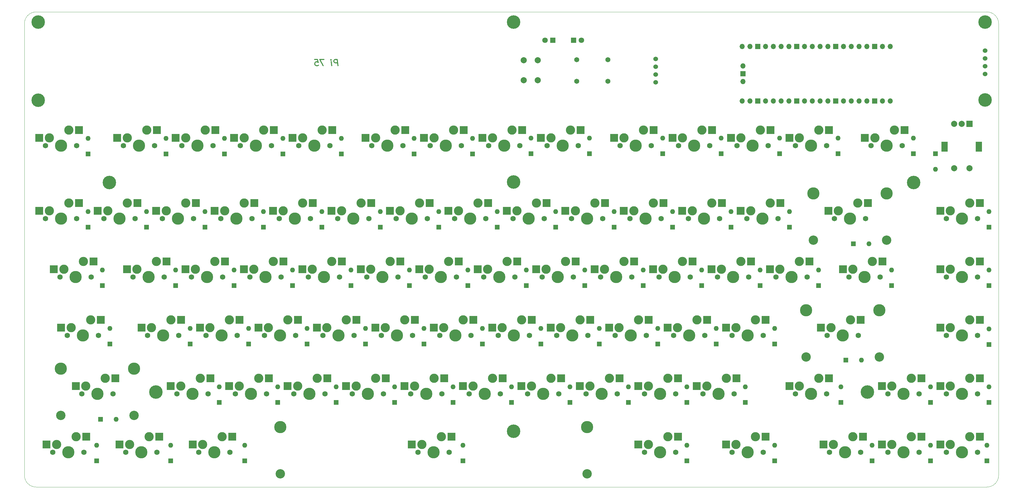
<source format=gbr>
%TF.GenerationSoftware,KiCad,Pcbnew,(5.1.10)-1*%
%TF.CreationDate,2021-06-02T05:42:33-04:00*%
%TF.ProjectId,pi75,70693735-2e6b-4696-9361-645f70636258,rev?*%
%TF.SameCoordinates,Original*%
%TF.FileFunction,Soldermask,Bot*%
%TF.FilePolarity,Negative*%
%FSLAX46Y46*%
G04 Gerber Fmt 4.6, Leading zero omitted, Abs format (unit mm)*
G04 Created by KiCad (PCBNEW (5.1.10)-1) date 2021-06-02 05:42:33*
%MOMM*%
%LPD*%
G01*
G04 APERTURE LIST*
%TA.AperFunction,Profile*%
%ADD10C,0.050000*%
%TD*%
%ADD11C,0.300000*%
%ADD12C,1.524000*%
%ADD13C,4.400000*%
%ADD14C,1.651000*%
%ADD15C,3.987800*%
%ADD16C,3.048000*%
%ADD17R,2.550000X2.500000*%
%ADD18C,1.750000*%
%ADD19C,3.000000*%
%ADD20O,1.700000X1.700000*%
%ADD21R,1.700000X1.700000*%
%ADD22O,1.600000X1.600000*%
%ADD23R,1.600000X1.600000*%
%ADD24C,2.000000*%
%ADD25R,2.000000X2.000000*%
%ADD26R,2.000000X3.200000*%
%ADD27C,1.800000*%
%ADD28R,1.800000X1.800000*%
G04 APERTURE END LIST*
D10*
X297815000Y-160528000D02*
X-12065000Y-160528000D01*
X301625000Y-9398000D02*
X301625000Y-156718000D01*
X297815000Y-5588000D02*
G75*
G02*
X301625000Y-9398000I0J-3810000D01*
G01*
X-12065000Y-160528000D02*
G75*
G02*
X-15875000Y-156718000I0J3810000D01*
G01*
X301625000Y-156718000D02*
G75*
G02*
X297815000Y-160528000I-3810000J0D01*
G01*
X-15875000Y-9398000D02*
G75*
G02*
X-12065000Y-5588000I3810000J0D01*
G01*
X-15875000Y-9398000D02*
X-15875000Y-156718000D01*
X297815000Y-5588000D02*
X-12065000Y-5588000D01*
D11*
X86289636Y-23129761D02*
X86039636Y-21129761D01*
X85277732Y-21129761D01*
X85099160Y-21225000D01*
X85015827Y-21320238D01*
X84944398Y-21510714D01*
X84980113Y-21796428D01*
X85099160Y-21986904D01*
X85206303Y-22082142D01*
X85408684Y-22177380D01*
X86170589Y-22177380D01*
X84289636Y-23129761D02*
X84122970Y-21796428D01*
X84039636Y-21129761D02*
X84146779Y-21225000D01*
X84063446Y-21320238D01*
X83956303Y-21225000D01*
X84039636Y-21129761D01*
X84063446Y-21320238D01*
X81753922Y-21129761D02*
X80420589Y-21129761D01*
X81527732Y-23129761D01*
X78706303Y-21129761D02*
X79658684Y-21129761D01*
X79872970Y-22082142D01*
X79765827Y-21986904D01*
X79563446Y-21891666D01*
X79087255Y-21891666D01*
X78908684Y-21986904D01*
X78825351Y-22082142D01*
X78753922Y-22272619D01*
X78813446Y-22748809D01*
X78932494Y-22939285D01*
X79039636Y-23034523D01*
X79242017Y-23129761D01*
X79718208Y-23129761D01*
X79896779Y-23034523D01*
X79980113Y-22939285D01*
D12*
%TO.C,J1*%
X297230800Y-18186400D03*
X297230800Y-20726400D03*
X297230800Y-23266400D03*
X297230800Y-25806400D03*
%TD*%
%TO.C,OL1*%
X189839000Y-28575000D03*
X189839000Y-26035000D03*
X189839000Y-23495000D03*
X189839000Y-20955000D03*
%TD*%
D13*
%TO.C,REF\u002A\u002A*%
X273951700Y-61201300D03*
%TD*%
%TO.C,REF\u002A\u002A*%
X143510000Y-142303500D03*
%TD*%
%TO.C,REF\u002A\u002A*%
X11823700Y-61201300D03*
%TD*%
%TO.C,REF\u002A\u002A*%
X258838700Y-129527300D03*
%TD*%
%TO.C,REF\u002A\u002A*%
X26936700Y-129527300D03*
%TD*%
D14*
%TO.C,R1*%
X164084000Y-28194000D03*
X174244000Y-28194000D03*
%TD*%
%TO.C,R2*%
X164084000Y-21209000D03*
X174244000Y-21209000D03*
%TD*%
D13*
%TO.C,H1*%
X143522700Y-61074300D03*
%TD*%
D15*
%TO.C,K72*%
X241268250Y-64770000D03*
X265144250Y-64770000D03*
D16*
X241268250Y-80010000D03*
X265144250Y-80010000D03*
D17*
X259048250Y-67945000D03*
X246121250Y-70485000D03*
D18*
X258286250Y-73025000D03*
X248126250Y-73025000D03*
D19*
X249396250Y-70485000D03*
D15*
X253206250Y-73025000D03*
D19*
X255746250Y-67945000D03*
%TD*%
D15*
%TO.C,K74*%
X238887000Y-102870000D03*
X262763000Y-102870000D03*
D16*
X238887000Y-118110000D03*
X262763000Y-118110000D03*
D17*
X256667000Y-106045000D03*
X243740000Y-108585000D03*
D18*
X255905000Y-111125000D03*
X245745000Y-111125000D03*
D19*
X247015000Y-108585000D03*
D15*
X250825000Y-111125000D03*
D19*
X253365000Y-106045000D03*
%TD*%
D15*
%TO.C,K39*%
X67475100Y-140970000D03*
X167474900Y-140970000D03*
D16*
X67475100Y-156210000D03*
X167474900Y-156210000D03*
D17*
X123317000Y-144145000D03*
X110390000Y-146685000D03*
D18*
X122555000Y-149225000D03*
X112395000Y-149225000D03*
D19*
X113665000Y-146685000D03*
D15*
X117475000Y-149225000D03*
D19*
X120015000Y-144145000D03*
%TD*%
D15*
%TO.C,K5*%
X-4000500Y-121920000D03*
X19875500Y-121920000D03*
D16*
X-4000500Y-137160000D03*
X19875500Y-137160000D03*
D17*
X13779500Y-125095000D03*
X852500Y-127635000D03*
D18*
X13017500Y-130175000D03*
X2857500Y-130175000D03*
D19*
X4127500Y-127635000D03*
D15*
X7937500Y-130175000D03*
D19*
X10477500Y-125095000D03*
%TD*%
D13*
%TO.C,REF\u002A\u002A*%
X143510000Y-8890000D03*
%TD*%
D20*
%TO.C,U1*%
X266319000Y-16891000D03*
X263779000Y-16891000D03*
D21*
X261239000Y-16891000D03*
D20*
X258699000Y-16891000D03*
X256159000Y-16891000D03*
X253619000Y-16891000D03*
X251079000Y-16891000D03*
D21*
X248539000Y-16891000D03*
D20*
X245999000Y-16891000D03*
X243459000Y-16891000D03*
X240919000Y-16891000D03*
X238379000Y-16891000D03*
D21*
X235839000Y-16891000D03*
D20*
X233299000Y-16891000D03*
X230759000Y-16891000D03*
X228219000Y-16891000D03*
X225679000Y-16891000D03*
D21*
X223139000Y-16891000D03*
D20*
X220599000Y-16891000D03*
X218059000Y-16891000D03*
X218059000Y-34671000D03*
X220599000Y-34671000D03*
D21*
X223139000Y-34671000D03*
D20*
X225679000Y-34671000D03*
X228219000Y-34671000D03*
X230759000Y-34671000D03*
X233299000Y-34671000D03*
D21*
X235839000Y-34671000D03*
D20*
X238379000Y-34671000D03*
X240919000Y-34671000D03*
X243459000Y-34671000D03*
X245999000Y-34671000D03*
D21*
X248539000Y-34671000D03*
D20*
X251079000Y-34671000D03*
X253619000Y-34671000D03*
X256159000Y-34671000D03*
X258699000Y-34671000D03*
D21*
X261239000Y-34671000D03*
D20*
X263779000Y-34671000D03*
X266319000Y-34671000D03*
X218289000Y-23241000D03*
D21*
X218289000Y-25781000D03*
D20*
X218289000Y-28321000D03*
%TD*%
D22*
%TO.C,D14*%
X42926000Y-70739000D03*
D23*
X42926000Y-75819000D03*
%TD*%
D13*
%TO.C,REF\u002A\u002A*%
X-11430000Y-34417000D03*
%TD*%
%TO.C,REF\u002A\u002A*%
X-11430000Y-8890000D03*
%TD*%
%TO.C,REF\u002A\u002A*%
X297180000Y-34290000D03*
%TD*%
%TO.C,REF\u002A\u002A*%
X297180000Y-8890000D03*
%TD*%
D24*
%TO.C,SW2*%
X151384000Y-27836000D03*
X146884000Y-27836000D03*
X151384000Y-21336000D03*
X146884000Y-21336000D03*
%TD*%
D17*
%TO.C,K17*%
X63785750Y-125095000D03*
X50858750Y-127635000D03*
D18*
X63023750Y-130175000D03*
X52863750Y-130175000D03*
D19*
X54133750Y-127635000D03*
D15*
X57943750Y-130175000D03*
D19*
X60483750Y-125095000D03*
%TD*%
D25*
%TO.C,SW1*%
X292100000Y-42068750D03*
D24*
X289600000Y-42068750D03*
X287100000Y-42068750D03*
D26*
X295200000Y-49568750D03*
X284000000Y-49568750D03*
D24*
X292100000Y-56568750D03*
X287100000Y-56568750D03*
%TD*%
D17*
%TO.C,K81*%
X295560750Y-144145000D03*
X282633750Y-146685000D03*
D18*
X294798750Y-149225000D03*
X284638750Y-149225000D03*
D19*
X285908750Y-146685000D03*
D15*
X289718750Y-149225000D03*
D19*
X292258750Y-144145000D03*
%TD*%
D17*
%TO.C,K80*%
X295560750Y-125095000D03*
X282633750Y-127635000D03*
D18*
X294798750Y-130175000D03*
X284638750Y-130175000D03*
D19*
X285908750Y-127635000D03*
D15*
X289718750Y-130175000D03*
D19*
X292258750Y-125095000D03*
%TD*%
D17*
%TO.C,K79*%
X295560750Y-106045000D03*
X282633750Y-108585000D03*
D18*
X294798750Y-111125000D03*
X284638750Y-111125000D03*
D19*
X285908750Y-108585000D03*
D15*
X289718750Y-111125000D03*
D19*
X292258750Y-106045000D03*
%TD*%
D17*
%TO.C,K78*%
X295560750Y-86995000D03*
X282633750Y-89535000D03*
D18*
X294798750Y-92075000D03*
X284638750Y-92075000D03*
D19*
X285908750Y-89535000D03*
D15*
X289718750Y-92075000D03*
D19*
X292258750Y-86995000D03*
%TD*%
D17*
%TO.C,K77*%
X295560750Y-67945000D03*
X282633750Y-70485000D03*
D18*
X294798750Y-73025000D03*
X284638750Y-73025000D03*
D19*
X285908750Y-70485000D03*
D15*
X289718750Y-73025000D03*
D19*
X292258750Y-67945000D03*
%TD*%
D17*
%TO.C,K76*%
X276510750Y-144145000D03*
X263583750Y-146685000D03*
D18*
X275748750Y-149225000D03*
X265588750Y-149225000D03*
D19*
X266858750Y-146685000D03*
D15*
X270668750Y-149225000D03*
D19*
X273208750Y-144145000D03*
%TD*%
D17*
%TO.C,K75*%
X276510750Y-125095000D03*
X263583750Y-127635000D03*
D18*
X275748750Y-130175000D03*
X265588750Y-130175000D03*
D19*
X266858750Y-127635000D03*
D15*
X270668750Y-130175000D03*
D19*
X273208750Y-125095000D03*
%TD*%
D17*
%TO.C,K73*%
X263810750Y-86995000D03*
X250883750Y-89535000D03*
D18*
X263048750Y-92075000D03*
X252888750Y-92075000D03*
D19*
X254158750Y-89535000D03*
D15*
X257968750Y-92075000D03*
D19*
X260508750Y-86995000D03*
%TD*%
D17*
%TO.C,K71*%
X270954500Y-44132500D03*
X258027500Y-46672500D03*
D18*
X270192500Y-49212500D03*
X260032500Y-49212500D03*
D19*
X261302500Y-46672500D03*
D15*
X265112500Y-49212500D03*
D19*
X267652500Y-44132500D03*
%TD*%
D17*
%TO.C,K70*%
X257460750Y-144145000D03*
X244533750Y-146685000D03*
D18*
X256698750Y-149225000D03*
X246538750Y-149225000D03*
D19*
X247808750Y-146685000D03*
D15*
X251618750Y-149225000D03*
D19*
X254158750Y-144145000D03*
%TD*%
D17*
%TO.C,K69*%
X239998250Y-86995000D03*
X227071250Y-89535000D03*
D18*
X239236250Y-92075000D03*
X229076250Y-92075000D03*
D19*
X230346250Y-89535000D03*
D15*
X234156250Y-92075000D03*
D19*
X236696250Y-86995000D03*
%TD*%
D17*
%TO.C,K68*%
X230473250Y-67945000D03*
X217546250Y-70485000D03*
D18*
X229711250Y-73025000D03*
X219551250Y-73025000D03*
D19*
X220821250Y-70485000D03*
D15*
X224631250Y-73025000D03*
D19*
X227171250Y-67945000D03*
%TD*%
D17*
%TO.C,K67*%
X246348250Y-44132500D03*
X233421250Y-46672500D03*
D18*
X245586250Y-49212500D03*
X235426250Y-49212500D03*
D19*
X236696250Y-46672500D03*
D15*
X240506250Y-49212500D03*
D19*
X243046250Y-44132500D03*
%TD*%
D17*
%TO.C,K66*%
X246348250Y-125095000D03*
X233421250Y-127635000D03*
D18*
X245586250Y-130175000D03*
X235426250Y-130175000D03*
D19*
X236696250Y-127635000D03*
D15*
X240506250Y-130175000D03*
D19*
X243046250Y-125095000D03*
%TD*%
D17*
%TO.C,K65*%
X225710750Y-106045000D03*
X212783750Y-108585000D03*
D18*
X224948750Y-111125000D03*
X214788750Y-111125000D03*
D19*
X216058750Y-108585000D03*
D15*
X219868750Y-111125000D03*
D19*
X222408750Y-106045000D03*
%TD*%
D17*
%TO.C,K64*%
X220948250Y-86995000D03*
X208021250Y-89535000D03*
D18*
X220186250Y-92075000D03*
X210026250Y-92075000D03*
D19*
X211296250Y-89535000D03*
D15*
X215106250Y-92075000D03*
D19*
X217646250Y-86995000D03*
%TD*%
D17*
%TO.C,K63*%
X211423250Y-67945000D03*
X198496250Y-70485000D03*
D18*
X210661250Y-73025000D03*
X200501250Y-73025000D03*
D19*
X201771250Y-70485000D03*
D15*
X205581250Y-73025000D03*
D19*
X208121250Y-67945000D03*
%TD*%
D17*
%TO.C,K62*%
X227298250Y-44132500D03*
X214371250Y-46672500D03*
D18*
X226536250Y-49212500D03*
X216376250Y-49212500D03*
D19*
X217646250Y-46672500D03*
D15*
X221456250Y-49212500D03*
D19*
X223996250Y-44132500D03*
%TD*%
D17*
%TO.C,K61*%
X225710750Y-144145000D03*
X212783750Y-146685000D03*
D18*
X224948750Y-149225000D03*
X214788750Y-149225000D03*
D19*
X216058750Y-146685000D03*
D15*
X219868750Y-149225000D03*
D19*
X222408750Y-144145000D03*
%TD*%
D17*
%TO.C,K60*%
X216185750Y-125095000D03*
X203258750Y-127635000D03*
D18*
X215423750Y-130175000D03*
X205263750Y-130175000D03*
D19*
X206533750Y-127635000D03*
D15*
X210343750Y-130175000D03*
D19*
X212883750Y-125095000D03*
%TD*%
D17*
%TO.C,K59*%
X206660750Y-106045000D03*
X193733750Y-108585000D03*
D18*
X205898750Y-111125000D03*
X195738750Y-111125000D03*
D19*
X197008750Y-108585000D03*
D15*
X200818750Y-111125000D03*
D19*
X203358750Y-106045000D03*
%TD*%
D17*
%TO.C,K58*%
X201898250Y-86995000D03*
X188971250Y-89535000D03*
D18*
X201136250Y-92075000D03*
X190976250Y-92075000D03*
D19*
X192246250Y-89535000D03*
D15*
X196056250Y-92075000D03*
D19*
X198596250Y-86995000D03*
%TD*%
D17*
%TO.C,K57*%
X192373250Y-67945000D03*
X179446250Y-70485000D03*
D18*
X191611250Y-73025000D03*
X181451250Y-73025000D03*
D19*
X182721250Y-70485000D03*
D15*
X186531250Y-73025000D03*
D19*
X189071250Y-67945000D03*
%TD*%
D17*
%TO.C,K56*%
X208248250Y-44132500D03*
X195321250Y-46672500D03*
D18*
X207486250Y-49212500D03*
X197326250Y-49212500D03*
D19*
X198596250Y-46672500D03*
D15*
X202406250Y-49212500D03*
D19*
X204946250Y-44132500D03*
%TD*%
D17*
%TO.C,K55*%
X197135750Y-144145000D03*
X184208750Y-146685000D03*
D18*
X196373750Y-149225000D03*
X186213750Y-149225000D03*
D19*
X187483750Y-146685000D03*
D15*
X191293750Y-149225000D03*
D19*
X193833750Y-144145000D03*
%TD*%
D17*
%TO.C,K54*%
X197135750Y-125095000D03*
X184208750Y-127635000D03*
D18*
X196373750Y-130175000D03*
X186213750Y-130175000D03*
D19*
X187483750Y-127635000D03*
D15*
X191293750Y-130175000D03*
D19*
X193833750Y-125095000D03*
%TD*%
D17*
%TO.C,K53*%
X187610750Y-106045000D03*
X174683750Y-108585000D03*
D18*
X186848750Y-111125000D03*
X176688750Y-111125000D03*
D19*
X177958750Y-108585000D03*
D15*
X181768750Y-111125000D03*
D19*
X184308750Y-106045000D03*
%TD*%
D17*
%TO.C,K52*%
X182848250Y-86995000D03*
X169921250Y-89535000D03*
D18*
X182086250Y-92075000D03*
X171926250Y-92075000D03*
D19*
X173196250Y-89535000D03*
D15*
X177006250Y-92075000D03*
D19*
X179546250Y-86995000D03*
%TD*%
D17*
%TO.C,K51*%
X173323250Y-67945000D03*
X160396250Y-70485000D03*
D18*
X172561250Y-73025000D03*
X162401250Y-73025000D03*
D19*
X163671250Y-70485000D03*
D15*
X167481250Y-73025000D03*
D19*
X170021250Y-67945000D03*
%TD*%
D17*
%TO.C,K50*%
X189198250Y-44132500D03*
X176271250Y-46672500D03*
D18*
X188436250Y-49212500D03*
X178276250Y-49212500D03*
D19*
X179546250Y-46672500D03*
D15*
X183356250Y-49212500D03*
D19*
X185896250Y-44132500D03*
%TD*%
D17*
%TO.C,K49*%
X178085750Y-125095000D03*
X165158750Y-127635000D03*
D18*
X177323750Y-130175000D03*
X167163750Y-130175000D03*
D19*
X168433750Y-127635000D03*
D15*
X172243750Y-130175000D03*
D19*
X174783750Y-125095000D03*
%TD*%
D17*
%TO.C,K48*%
X168560750Y-106045000D03*
X155633750Y-108585000D03*
D18*
X167798750Y-111125000D03*
X157638750Y-111125000D03*
D19*
X158908750Y-108585000D03*
D15*
X162718750Y-111125000D03*
D19*
X165258750Y-106045000D03*
%TD*%
D17*
%TO.C,K47*%
X163798250Y-86995000D03*
X150871250Y-89535000D03*
D18*
X163036250Y-92075000D03*
X152876250Y-92075000D03*
D19*
X154146250Y-89535000D03*
D15*
X157956250Y-92075000D03*
D19*
X160496250Y-86995000D03*
%TD*%
D17*
%TO.C,K46*%
X154273250Y-67945000D03*
X141346250Y-70485000D03*
D18*
X153511250Y-73025000D03*
X143351250Y-73025000D03*
D19*
X144621250Y-70485000D03*
D15*
X148431250Y-73025000D03*
D19*
X150971250Y-67945000D03*
%TD*%
D17*
%TO.C,K45*%
X165385750Y-44132500D03*
X152458750Y-46672500D03*
D18*
X164623750Y-49212500D03*
X154463750Y-49212500D03*
D19*
X155733750Y-46672500D03*
D15*
X159543750Y-49212500D03*
D19*
X162083750Y-44132500D03*
%TD*%
D17*
%TO.C,K44*%
X159035750Y-125095000D03*
X146108750Y-127635000D03*
D18*
X158273750Y-130175000D03*
X148113750Y-130175000D03*
D19*
X149383750Y-127635000D03*
D15*
X153193750Y-130175000D03*
D19*
X155733750Y-125095000D03*
%TD*%
D17*
%TO.C,K43*%
X149510750Y-106045000D03*
X136583750Y-108585000D03*
D18*
X148748750Y-111125000D03*
X138588750Y-111125000D03*
D19*
X139858750Y-108585000D03*
D15*
X143668750Y-111125000D03*
D19*
X146208750Y-106045000D03*
%TD*%
D17*
%TO.C,K42*%
X144748250Y-86995000D03*
X131821250Y-89535000D03*
D18*
X143986250Y-92075000D03*
X133826250Y-92075000D03*
D19*
X135096250Y-89535000D03*
D15*
X138906250Y-92075000D03*
D19*
X141446250Y-86995000D03*
%TD*%
D17*
%TO.C,K41*%
X135223250Y-67945000D03*
X122296250Y-70485000D03*
D18*
X134461250Y-73025000D03*
X124301250Y-73025000D03*
D19*
X125571250Y-70485000D03*
D15*
X129381250Y-73025000D03*
D19*
X131921250Y-67945000D03*
%TD*%
D17*
%TO.C,K40*%
X146335750Y-44132500D03*
X133408750Y-46672500D03*
D18*
X145573750Y-49212500D03*
X135413750Y-49212500D03*
D19*
X136683750Y-46672500D03*
D15*
X140493750Y-49212500D03*
D19*
X143033750Y-44132500D03*
%TD*%
D17*
%TO.C,K38*%
X139985750Y-125095000D03*
X127058750Y-127635000D03*
D18*
X139223750Y-130175000D03*
X129063750Y-130175000D03*
D19*
X130333750Y-127635000D03*
D15*
X134143750Y-130175000D03*
D19*
X136683750Y-125095000D03*
%TD*%
D17*
%TO.C,K37*%
X130460750Y-106045000D03*
X117533750Y-108585000D03*
D18*
X129698750Y-111125000D03*
X119538750Y-111125000D03*
D19*
X120808750Y-108585000D03*
D15*
X124618750Y-111125000D03*
D19*
X127158750Y-106045000D03*
%TD*%
D17*
%TO.C,K36*%
X125698250Y-86995000D03*
X112771250Y-89535000D03*
D18*
X124936250Y-92075000D03*
X114776250Y-92075000D03*
D19*
X116046250Y-89535000D03*
D15*
X119856250Y-92075000D03*
D19*
X122396250Y-86995000D03*
%TD*%
D17*
%TO.C,K35*%
X116173250Y-67945000D03*
X103246250Y-70485000D03*
D18*
X115411250Y-73025000D03*
X105251250Y-73025000D03*
D19*
X106521250Y-70485000D03*
D15*
X110331250Y-73025000D03*
D19*
X112871250Y-67945000D03*
%TD*%
D17*
%TO.C,K34*%
X127285750Y-44132500D03*
X114358750Y-46672500D03*
D18*
X126523750Y-49212500D03*
X116363750Y-49212500D03*
D19*
X117633750Y-46672500D03*
D15*
X121443750Y-49212500D03*
D19*
X123983750Y-44132500D03*
%TD*%
D17*
%TO.C,K33*%
X120935750Y-125095000D03*
X108008750Y-127635000D03*
D18*
X120173750Y-130175000D03*
X110013750Y-130175000D03*
D19*
X111283750Y-127635000D03*
D15*
X115093750Y-130175000D03*
D19*
X117633750Y-125095000D03*
%TD*%
D17*
%TO.C,K32*%
X111410750Y-106045000D03*
X98483750Y-108585000D03*
D18*
X110648750Y-111125000D03*
X100488750Y-111125000D03*
D19*
X101758750Y-108585000D03*
D15*
X105568750Y-111125000D03*
D19*
X108108750Y-106045000D03*
%TD*%
D17*
%TO.C,K31*%
X106648250Y-86995000D03*
X93721250Y-89535000D03*
D18*
X105886250Y-92075000D03*
X95726250Y-92075000D03*
D19*
X96996250Y-89535000D03*
D15*
X100806250Y-92075000D03*
D19*
X103346250Y-86995000D03*
%TD*%
D17*
%TO.C,K30*%
X97123250Y-67945000D03*
X84196250Y-70485000D03*
D18*
X96361250Y-73025000D03*
X86201250Y-73025000D03*
D19*
X87471250Y-70485000D03*
D15*
X91281250Y-73025000D03*
D19*
X93821250Y-67945000D03*
%TD*%
D17*
%TO.C,K29*%
X108235750Y-44132500D03*
X95308750Y-46672500D03*
D18*
X107473750Y-49212500D03*
X97313750Y-49212500D03*
D19*
X98583750Y-46672500D03*
D15*
X102393750Y-49212500D03*
D19*
X104933750Y-44132500D03*
%TD*%
D17*
%TO.C,K28*%
X101885750Y-125095000D03*
X88958750Y-127635000D03*
D18*
X101123750Y-130175000D03*
X90963750Y-130175000D03*
D19*
X92233750Y-127635000D03*
D15*
X96043750Y-130175000D03*
D19*
X98583750Y-125095000D03*
%TD*%
D17*
%TO.C,K27*%
X92360750Y-106045000D03*
X79433750Y-108585000D03*
D18*
X91598750Y-111125000D03*
X81438750Y-111125000D03*
D19*
X82708750Y-108585000D03*
D15*
X86518750Y-111125000D03*
D19*
X89058750Y-106045000D03*
%TD*%
D17*
%TO.C,K26*%
X87598250Y-86995000D03*
X74671250Y-89535000D03*
D18*
X86836250Y-92075000D03*
X76676250Y-92075000D03*
D19*
X77946250Y-89535000D03*
D15*
X81756250Y-92075000D03*
D19*
X84296250Y-86995000D03*
%TD*%
D17*
%TO.C,K25*%
X78073250Y-67945000D03*
X65146250Y-70485000D03*
D18*
X77311250Y-73025000D03*
X67151250Y-73025000D03*
D19*
X68421250Y-70485000D03*
D15*
X72231250Y-73025000D03*
D19*
X74771250Y-67945000D03*
%TD*%
D17*
%TO.C,K24*%
X84423250Y-44132500D03*
X71496250Y-46672500D03*
D18*
X83661250Y-49212500D03*
X73501250Y-49212500D03*
D19*
X74771250Y-46672500D03*
D15*
X78581250Y-49212500D03*
D19*
X81121250Y-44132500D03*
%TD*%
D17*
%TO.C,K23*%
X82835750Y-125095000D03*
X69908750Y-127635000D03*
D18*
X82073750Y-130175000D03*
X71913750Y-130175000D03*
D19*
X73183750Y-127635000D03*
D15*
X76993750Y-130175000D03*
D19*
X79533750Y-125095000D03*
%TD*%
D17*
%TO.C,K22*%
X73310750Y-106045000D03*
X60383750Y-108585000D03*
D18*
X72548750Y-111125000D03*
X62388750Y-111125000D03*
D19*
X63658750Y-108585000D03*
D15*
X67468750Y-111125000D03*
D19*
X70008750Y-106045000D03*
%TD*%
D17*
%TO.C,K21*%
X68548250Y-86995000D03*
X55621250Y-89535000D03*
D18*
X67786250Y-92075000D03*
X57626250Y-92075000D03*
D19*
X58896250Y-89535000D03*
D15*
X62706250Y-92075000D03*
D19*
X65246250Y-86995000D03*
%TD*%
D17*
%TO.C,K20*%
X59023250Y-67945000D03*
X46096250Y-70485000D03*
D18*
X58261250Y-73025000D03*
X48101250Y-73025000D03*
D19*
X49371250Y-70485000D03*
D15*
X53181250Y-73025000D03*
D19*
X55721250Y-67945000D03*
%TD*%
D17*
%TO.C,K19*%
X65373250Y-44132500D03*
X52446250Y-46672500D03*
D18*
X64611250Y-49212500D03*
X54451250Y-49212500D03*
D19*
X55721250Y-46672500D03*
D15*
X59531250Y-49212500D03*
D19*
X62071250Y-44132500D03*
%TD*%
D17*
%TO.C,K18*%
X51879500Y-144145000D03*
X38952500Y-146685000D03*
D18*
X51117500Y-149225000D03*
X40957500Y-149225000D03*
D19*
X42227500Y-146685000D03*
D15*
X46037500Y-149225000D03*
D19*
X48577500Y-144145000D03*
%TD*%
D17*
%TO.C,K16*%
X54260750Y-106045000D03*
X41333750Y-108585000D03*
D18*
X53498750Y-111125000D03*
X43338750Y-111125000D03*
D19*
X44608750Y-108585000D03*
D15*
X48418750Y-111125000D03*
D19*
X50958750Y-106045000D03*
%TD*%
D17*
%TO.C,K15*%
X49498250Y-86995000D03*
X36571250Y-89535000D03*
D18*
X48736250Y-92075000D03*
X38576250Y-92075000D03*
D19*
X39846250Y-89535000D03*
D15*
X43656250Y-92075000D03*
D19*
X46196250Y-86995000D03*
%TD*%
D17*
%TO.C,K14*%
X39973250Y-67945000D03*
X27046250Y-70485000D03*
D18*
X39211250Y-73025000D03*
X29051250Y-73025000D03*
D19*
X30321250Y-70485000D03*
D15*
X34131250Y-73025000D03*
D19*
X36671250Y-67945000D03*
%TD*%
D17*
%TO.C,K13*%
X46323250Y-44132500D03*
X33396250Y-46672500D03*
D18*
X45561250Y-49212500D03*
X35401250Y-49212500D03*
D19*
X36671250Y-46672500D03*
D15*
X40481250Y-49212500D03*
D19*
X43021250Y-44132500D03*
%TD*%
D17*
%TO.C,K12*%
X28067000Y-144145000D03*
X15140000Y-146685000D03*
D18*
X27305000Y-149225000D03*
X17145000Y-149225000D03*
D19*
X18415000Y-146685000D03*
D15*
X22225000Y-149225000D03*
D19*
X24765000Y-144145000D03*
%TD*%
D17*
%TO.C,K11*%
X44735750Y-125095000D03*
X31808750Y-127635000D03*
D18*
X43973750Y-130175000D03*
X33813750Y-130175000D03*
D19*
X35083750Y-127635000D03*
D15*
X38893750Y-130175000D03*
D19*
X41433750Y-125095000D03*
%TD*%
D17*
%TO.C,K10*%
X35210750Y-106045000D03*
X22283750Y-108585000D03*
D18*
X34448750Y-111125000D03*
X24288750Y-111125000D03*
D19*
X25558750Y-108585000D03*
D15*
X29368750Y-111125000D03*
D19*
X31908750Y-106045000D03*
%TD*%
D17*
%TO.C,K9*%
X30448250Y-86995000D03*
X17521250Y-89535000D03*
D18*
X29686250Y-92075000D03*
X19526250Y-92075000D03*
D19*
X20796250Y-89535000D03*
D15*
X24606250Y-92075000D03*
D19*
X27146250Y-86995000D03*
%TD*%
D17*
%TO.C,K8*%
X20923250Y-67945000D03*
X7996250Y-70485000D03*
D18*
X20161250Y-73025000D03*
X10001250Y-73025000D03*
D19*
X11271250Y-70485000D03*
D15*
X15081250Y-73025000D03*
D19*
X17621250Y-67945000D03*
%TD*%
D17*
%TO.C,K7*%
X27273250Y-44132500D03*
X14346250Y-46672500D03*
D18*
X26511250Y-49212500D03*
X16351250Y-49212500D03*
D19*
X17621250Y-46672500D03*
D15*
X21431250Y-49212500D03*
D19*
X23971250Y-44132500D03*
%TD*%
D17*
%TO.C,K6*%
X4254500Y-144145000D03*
X-8672500Y-146685000D03*
D18*
X3492500Y-149225000D03*
X-6667500Y-149225000D03*
D19*
X-5397500Y-146685000D03*
D15*
X-1587500Y-149225000D03*
D19*
X952500Y-144145000D03*
%TD*%
D17*
%TO.C,K4*%
X9017000Y-106045000D03*
X-3910000Y-108585000D03*
D18*
X8255000Y-111125000D03*
X-1905000Y-111125000D03*
D19*
X-635000Y-108585000D03*
D15*
X3175000Y-111125000D03*
D19*
X5715000Y-106045000D03*
%TD*%
D17*
%TO.C,K3*%
X6635750Y-86995000D03*
X-6291250Y-89535000D03*
D18*
X5873750Y-92075000D03*
X-4286250Y-92075000D03*
D19*
X-3016250Y-89535000D03*
D15*
X793750Y-92075000D03*
D19*
X3333750Y-86995000D03*
%TD*%
D17*
%TO.C,K2*%
X1873250Y-67945000D03*
X-11053750Y-70485000D03*
D18*
X1111250Y-73025000D03*
X-9048750Y-73025000D03*
D19*
X-7778750Y-70485000D03*
D15*
X-3968750Y-73025000D03*
D19*
X-1428750Y-67945000D03*
%TD*%
D17*
%TO.C,K1*%
X1873250Y-44132500D03*
X-11053750Y-46672500D03*
D18*
X1111250Y-49212500D03*
X-9048750Y-49212500D03*
D19*
X-7778750Y-46672500D03*
D15*
X-3968750Y-49212500D03*
D19*
X-1428750Y-44132500D03*
%TD*%
D22*
%TO.C,D84*%
X297815000Y-146939000D03*
D23*
X297815000Y-152019000D03*
%TD*%
D22*
%TO.C,D83*%
X298450000Y-127889000D03*
D23*
X298450000Y-132969000D03*
%TD*%
D22*
%TO.C,D82*%
X298450000Y-108966000D03*
D23*
X298450000Y-114046000D03*
%TD*%
D22*
%TO.C,D81*%
X298450000Y-89789000D03*
D23*
X298450000Y-94869000D03*
%TD*%
D22*
%TO.C,D80*%
X298450000Y-70739000D03*
D23*
X298450000Y-75819000D03*
%TD*%
D22*
%TO.C,D79*%
X281051000Y-56896000D03*
D23*
X281051000Y-51816000D03*
%TD*%
D22*
%TO.C,D78*%
X279400000Y-146939000D03*
D23*
X279400000Y-152019000D03*
%TD*%
D22*
%TO.C,D77*%
X279400000Y-127889000D03*
D23*
X279400000Y-132969000D03*
%TD*%
D22*
%TO.C,D76*%
X256921000Y-119164100D03*
D23*
X251841000Y-119164100D03*
%TD*%
D22*
%TO.C,D75*%
X266700000Y-89789000D03*
D23*
X266700000Y-94869000D03*
%TD*%
D22*
%TO.C,D74*%
X259359400Y-81241900D03*
D23*
X254279400Y-81241900D03*
%TD*%
D22*
%TO.C,D73*%
X273812000Y-46736000D03*
D23*
X273812000Y-51816000D03*
%TD*%
D22*
%TO.C,D72*%
X260350000Y-146939000D03*
D23*
X260350000Y-152019000D03*
%TD*%
D22*
%TO.C,D71*%
X242951000Y-89789000D03*
D23*
X242951000Y-94869000D03*
%TD*%
D22*
%TO.C,D70*%
X233426000Y-70739000D03*
D23*
X233426000Y-75819000D03*
%TD*%
D22*
%TO.C,D69*%
X249301000Y-46736000D03*
D23*
X249301000Y-51816000D03*
%TD*%
D22*
%TO.C,D68*%
X250190000Y-127889000D03*
D23*
X250190000Y-132969000D03*
%TD*%
D22*
%TO.C,D67*%
X228600000Y-108839000D03*
D23*
X228600000Y-113919000D03*
%TD*%
D22*
%TO.C,D66*%
X223901000Y-89789000D03*
D23*
X223901000Y-94869000D03*
%TD*%
D22*
%TO.C,D65*%
X214376000Y-70739000D03*
D23*
X214376000Y-75819000D03*
%TD*%
D22*
%TO.C,D64*%
X230251000Y-46736000D03*
D23*
X230251000Y-51816000D03*
%TD*%
D22*
%TO.C,D63*%
X228600000Y-146939000D03*
D23*
X228600000Y-152019000D03*
%TD*%
D22*
%TO.C,D62*%
X219075000Y-127889000D03*
D23*
X219075000Y-132969000D03*
%TD*%
D22*
%TO.C,D61*%
X209550000Y-108839000D03*
D23*
X209550000Y-113919000D03*
%TD*%
D22*
%TO.C,D60*%
X204851000Y-89789000D03*
D23*
X204851000Y-94869000D03*
%TD*%
D22*
%TO.C,D59*%
X195326000Y-70739000D03*
D23*
X195326000Y-75819000D03*
%TD*%
D22*
%TO.C,D58*%
X211201000Y-46736000D03*
D23*
X211201000Y-51816000D03*
%TD*%
D22*
%TO.C,D57*%
X200025000Y-146939000D03*
D23*
X200025000Y-152019000D03*
%TD*%
D22*
%TO.C,D56*%
X200025000Y-127889000D03*
D23*
X200025000Y-132969000D03*
%TD*%
D22*
%TO.C,D55*%
X190500000Y-108839000D03*
D23*
X190500000Y-113919000D03*
%TD*%
D22*
%TO.C,D54*%
X185801000Y-89789000D03*
D23*
X185801000Y-94869000D03*
%TD*%
D22*
%TO.C,D53*%
X176276000Y-70739000D03*
D23*
X176276000Y-75819000D03*
%TD*%
D22*
%TO.C,D52*%
X192151000Y-46736000D03*
D23*
X192151000Y-51816000D03*
%TD*%
D22*
%TO.C,D51*%
X180975000Y-127889000D03*
D23*
X180975000Y-132969000D03*
%TD*%
D22*
%TO.C,D50*%
X171450000Y-108839000D03*
D23*
X171450000Y-113919000D03*
%TD*%
D22*
%TO.C,D49*%
X166751000Y-89789000D03*
D23*
X166751000Y-94869000D03*
%TD*%
D22*
%TO.C,D48*%
X157226000Y-70739000D03*
D23*
X157226000Y-75819000D03*
%TD*%
D22*
%TO.C,D47*%
X168275000Y-46736000D03*
D23*
X168275000Y-51816000D03*
%TD*%
D22*
%TO.C,D46*%
X161925000Y-127889000D03*
D23*
X161925000Y-132969000D03*
%TD*%
D22*
%TO.C,D45*%
X152400000Y-108839000D03*
D23*
X152400000Y-113919000D03*
%TD*%
D22*
%TO.C,D44*%
X147701000Y-89789000D03*
D23*
X147701000Y-94869000D03*
%TD*%
D22*
%TO.C,D43*%
X138176000Y-70739000D03*
D23*
X138176000Y-75819000D03*
%TD*%
D22*
%TO.C,D42*%
X149225000Y-46736000D03*
D23*
X149225000Y-51816000D03*
%TD*%
D22*
%TO.C,D41*%
X127000000Y-146939000D03*
D23*
X127000000Y-152019000D03*
%TD*%
D22*
%TO.C,D40*%
X142875000Y-127889000D03*
D23*
X142875000Y-132969000D03*
%TD*%
D22*
%TO.C,D39*%
X133350000Y-108839000D03*
D23*
X133350000Y-113919000D03*
%TD*%
D22*
%TO.C,D38*%
X128651000Y-89789000D03*
D23*
X128651000Y-94869000D03*
%TD*%
D22*
%TO.C,D37*%
X119126000Y-70739000D03*
D23*
X119126000Y-75819000D03*
%TD*%
D22*
%TO.C,D36*%
X130175000Y-46863000D03*
D23*
X130175000Y-51943000D03*
%TD*%
D22*
%TO.C,D35*%
X123825000Y-127889000D03*
D23*
X123825000Y-132969000D03*
%TD*%
D22*
%TO.C,D34*%
X114300000Y-108839000D03*
D23*
X114300000Y-113919000D03*
%TD*%
D22*
%TO.C,D33*%
X109601000Y-89789000D03*
D23*
X109601000Y-94869000D03*
%TD*%
D22*
%TO.C,D32*%
X100076000Y-70739000D03*
D23*
X100076000Y-75819000D03*
%TD*%
D22*
%TO.C,D31*%
X111125000Y-46863000D03*
D23*
X111125000Y-51943000D03*
%TD*%
D22*
%TO.C,D30*%
X104775000Y-127889000D03*
D23*
X104775000Y-132969000D03*
%TD*%
D22*
%TO.C,D29*%
X95250000Y-108839000D03*
D23*
X95250000Y-113919000D03*
%TD*%
D22*
%TO.C,D28*%
X90551000Y-89789000D03*
D23*
X90551000Y-94869000D03*
%TD*%
D22*
%TO.C,D27*%
X81026000Y-70739000D03*
D23*
X81026000Y-75819000D03*
%TD*%
D22*
%TO.C,D26*%
X87376000Y-46863000D03*
D23*
X87376000Y-51943000D03*
%TD*%
D27*
%TO.C,D25*%
X165671500Y-14795500D03*
D28*
X163131500Y-14795500D03*
%TD*%
D27*
%TO.C,D24*%
X153797000Y-14795500D03*
D28*
X156337000Y-14795500D03*
%TD*%
D22*
%TO.C,D23*%
X85725000Y-127889000D03*
D23*
X85725000Y-132969000D03*
%TD*%
D22*
%TO.C,D22*%
X76200000Y-108839000D03*
D23*
X76200000Y-113919000D03*
%TD*%
D22*
%TO.C,D21*%
X71501000Y-89789000D03*
D23*
X71501000Y-94869000D03*
%TD*%
D22*
%TO.C,D20*%
X61976000Y-70739000D03*
D23*
X61976000Y-75819000D03*
%TD*%
D22*
%TO.C,D19*%
X68326000Y-46863000D03*
D23*
X68326000Y-51943000D03*
%TD*%
D22*
%TO.C,D18*%
X55880000Y-146939000D03*
D23*
X55880000Y-152019000D03*
%TD*%
D22*
%TO.C,D17*%
X66675000Y-127889000D03*
D23*
X66675000Y-132969000D03*
%TD*%
D22*
%TO.C,D16*%
X57150000Y-108839000D03*
D23*
X57150000Y-113919000D03*
%TD*%
D22*
%TO.C,D15*%
X52451000Y-89789000D03*
D23*
X52451000Y-94869000D03*
%TD*%
D22*
%TO.C,D13*%
X49276000Y-46863000D03*
D23*
X49276000Y-51943000D03*
%TD*%
D22*
%TO.C,D12*%
X31750000Y-146939000D03*
D23*
X31750000Y-152019000D03*
%TD*%
D22*
%TO.C,D11*%
X47625000Y-127889000D03*
D23*
X47625000Y-132969000D03*
%TD*%
D22*
%TO.C,D10*%
X38100000Y-108839000D03*
D23*
X38100000Y-113919000D03*
%TD*%
D22*
%TO.C,D9*%
X33401000Y-89789000D03*
D23*
X33401000Y-94869000D03*
%TD*%
D22*
%TO.C,D8*%
X23876000Y-70739000D03*
D23*
X23876000Y-75819000D03*
%TD*%
D22*
%TO.C,D7*%
X30226000Y-46863000D03*
D23*
X30226000Y-51943000D03*
%TD*%
D22*
%TO.C,D6*%
X7620000Y-146939000D03*
D23*
X7620000Y-152019000D03*
%TD*%
D22*
%TO.C,D5*%
X13970000Y-138442700D03*
D23*
X8890000Y-138442700D03*
%TD*%
D22*
%TO.C,D4*%
X11938000Y-108839000D03*
D23*
X11938000Y-113919000D03*
%TD*%
D22*
%TO.C,D3*%
X9525000Y-89789000D03*
D23*
X9525000Y-94869000D03*
%TD*%
D22*
%TO.C,D2*%
X4826000Y-70739000D03*
D23*
X4826000Y-75819000D03*
%TD*%
D22*
%TO.C,D1*%
X4826000Y-46863000D03*
D23*
X4826000Y-51943000D03*
%TD*%
M02*

</source>
